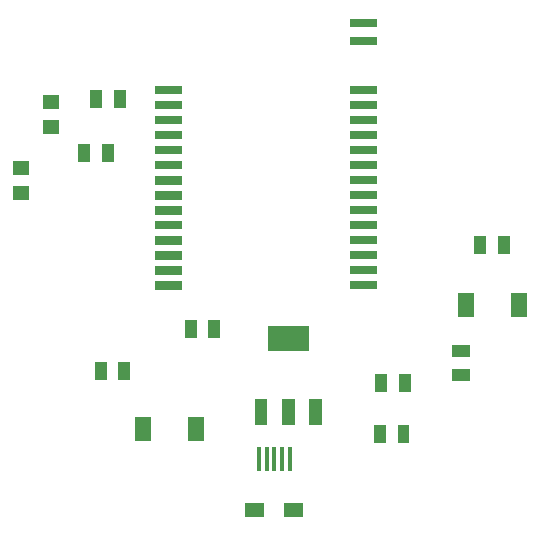
<source format=gtp>
G04 Layer: TopPasteMaskLayer*
G04 EasyEDA v6.4.14, 2021-02-19T19:43:34--5:00*
G04 2728a531d0ad4e71a9f6f8894443a7d9,7db2125e4611476bb2993bf99425ef50,10*
G04 Gerber Generator version 0.2*
G04 Scale: 100 percent, Rotated: No, Reflected: No *
G04 Dimensions in millimeters *
G04 leading zeros omitted , absolute positions ,4 integer and 5 decimal *
%FSLAX45Y45*%
%MOMM*%

%ADD13R,1.3500X2.0000*%
%ADD14R,1.3995X1.3005*%
%ADD15R,1.0000X1.5500*%
%ADD16R,0.4000X2.0000*%
%ADD20R,1.5500X1.0000*%

%LPD*%
D13*
G01*
X1899488Y823595D03*
G01*
X1449501Y823595D03*
G01*
X4629988Y1877695D03*
G01*
X4180001Y1877695D03*
D14*
G01*
X417195Y3036824D03*
G01*
X417195Y2826765D03*
G01*
X671195Y3595624D03*
G01*
X671195Y3385565D03*
D15*
G01*
X952195Y3160395D03*
G01*
X1152194Y3160395D03*
G01*
X1053795Y3617595D03*
G01*
X1253794Y3617595D03*
G01*
X1091895Y1318895D03*
G01*
X1291894Y1318895D03*
D16*
G01*
X2692450Y569290D03*
G01*
X2627452Y569290D03*
G01*
X2562453Y569290D03*
G01*
X2497454Y569290D03*
G01*
X2432456Y569290D03*
G36*
X2643047Y198094D02*
G01*
X2803067Y198094D01*
X2803067Y78105D01*
X2643047Y78105D01*
G37*
G36*
X2315184Y199720D02*
G01*
X2475204Y199720D01*
X2475204Y79730D01*
X2315184Y79730D01*
G37*
G36*
X2393315Y1078865D02*
G01*
X2502535Y1078865D01*
X2502535Y862965D01*
X2393315Y862965D01*
G37*
G36*
X2624454Y1078865D02*
G01*
X2733675Y1078865D01*
X2733675Y862965D01*
X2624454Y862965D01*
G37*
G36*
X2853054Y1078865D02*
G01*
X2962275Y1078865D01*
X2962275Y862965D01*
X2853054Y862965D01*
G37*
G36*
X2503804Y1698625D02*
G01*
X2854325Y1698625D01*
X2854325Y1482725D01*
X2503804Y1482725D01*
G37*
G36*
X4454994Y2463195D02*
G01*
X4554994Y2463195D01*
X4554994Y2308194D01*
X4454994Y2308194D01*
G37*
G36*
X4254995Y2463195D02*
G01*
X4354995Y2463195D01*
X4354995Y2308194D01*
X4254995Y2308194D01*
G37*
G36*
X3404095Y862995D02*
G01*
X3504095Y862995D01*
X3504095Y707994D01*
X3404095Y707994D01*
G37*
G36*
X3604094Y862995D02*
G01*
X3704094Y862995D01*
X3704094Y707994D01*
X3604094Y707994D01*
G37*
D15*
G01*
X2053894Y1674495D03*
G01*
X1853895Y1674495D03*
G36*
X3416795Y1294795D02*
G01*
X3516795Y1294795D01*
X3516795Y1139794D01*
X3416795Y1139794D01*
G37*
G36*
X3616794Y1294795D02*
G01*
X3716794Y1294795D01*
X3716794Y1139794D01*
X3616794Y1139794D01*
G37*
D20*
G01*
X4138295Y1482394D03*
G01*
X4138295Y1282395D03*
G36*
X3427796Y4300293D02*
G01*
X3197793Y4300293D01*
X3197793Y4230291D01*
X3427796Y4230291D01*
G37*
G36*
X3427796Y4148292D02*
G01*
X3197793Y4148292D01*
X3197793Y4078290D01*
X3427796Y4078290D01*
G37*
G36*
X3427796Y3728293D02*
G01*
X3197793Y3728293D01*
X3197793Y3658290D01*
X3427796Y3658290D01*
G37*
G36*
X3427796Y3601293D02*
G01*
X3197793Y3601293D01*
X3197793Y3531290D01*
X3427796Y3531290D01*
G37*
G36*
X3427796Y3474293D02*
G01*
X3197793Y3474293D01*
X3197793Y3404290D01*
X3427796Y3404290D01*
G37*
G36*
X3427796Y3347293D02*
G01*
X3197793Y3347293D01*
X3197793Y3277290D01*
X3427796Y3277290D01*
G37*
G36*
X1546804Y3728285D02*
G01*
X1776806Y3728285D01*
X1776806Y3658283D01*
X1546804Y3658283D01*
G37*
G36*
X1546804Y3601786D02*
G01*
X1776806Y3601786D01*
X1776806Y3531783D01*
X1546804Y3531783D01*
G37*
G36*
X1546804Y3474285D02*
G01*
X1776806Y3474285D01*
X1776806Y3404283D01*
X1546804Y3404283D01*
G37*
G36*
X1546804Y3347285D02*
G01*
X1776806Y3347285D01*
X1776806Y3277283D01*
X1546804Y3277283D01*
G37*
G36*
X1546804Y3220285D02*
G01*
X1776806Y3220285D01*
X1776806Y3150283D01*
X1546804Y3150283D01*
G37*
G36*
X1546804Y3093285D02*
G01*
X1776806Y3093285D01*
X1776806Y3023283D01*
X1546804Y3023283D01*
G37*
G36*
X3427796Y3220293D02*
G01*
X3197793Y3220293D01*
X3197793Y3150290D01*
X3427796Y3150290D01*
G37*
G36*
X3427796Y3093293D02*
G01*
X3197793Y3093293D01*
X3197793Y3023290D01*
X3427796Y3023290D01*
G37*
G36*
X3427796Y2966293D02*
G01*
X3197793Y2966293D01*
X3197793Y2896290D01*
X3427796Y2896290D01*
G37*
G36*
X3427796Y2769298D02*
G01*
X3197793Y2769298D01*
X3197793Y2839300D01*
X3427796Y2839300D01*
G37*
G36*
X3427796Y2515295D02*
G01*
X3197793Y2515295D01*
X3197793Y2585298D01*
X3427796Y2585298D01*
G37*
G36*
X3427796Y2642293D02*
G01*
X3197793Y2642293D01*
X3197793Y2712295D01*
X3427796Y2712295D01*
G37*
G36*
X3427796Y2134293D02*
G01*
X3197793Y2134293D01*
X3197793Y2204295D01*
X3427796Y2204295D01*
G37*
G36*
X3427796Y2007295D02*
G01*
X3197793Y2007295D01*
X3197793Y2077298D01*
X3427796Y2077298D01*
G37*
G36*
X3427796Y2261298D02*
G01*
X3197793Y2261298D01*
X3197793Y2331300D01*
X3427796Y2331300D01*
G37*
G36*
X3427796Y2458293D02*
G01*
X3197793Y2458293D01*
X3197793Y2388290D01*
X3427796Y2388290D01*
G37*
G36*
X1546804Y2515288D02*
G01*
X1776806Y2515288D01*
X1776806Y2585290D01*
X1546804Y2585290D01*
G37*
G36*
X1546778Y2709895D02*
G01*
X1776780Y2709895D01*
X1776780Y2639893D01*
X1546778Y2639893D01*
G37*
G36*
X1546778Y2963898D02*
G01*
X1776780Y2963898D01*
X1776780Y2893895D01*
X1546778Y2893895D01*
G37*
G36*
X1546778Y2836900D02*
G01*
X1776780Y2836900D01*
X1776780Y2766898D01*
X1546778Y2766898D01*
G37*
G36*
X1546778Y2328900D02*
G01*
X1776780Y2328900D01*
X1776780Y2258898D01*
X1546778Y2258898D01*
G37*
G36*
X1546778Y2455898D02*
G01*
X1776780Y2455898D01*
X1776780Y2385895D01*
X1546778Y2385895D01*
G37*
G36*
X1546778Y2201895D02*
G01*
X1776780Y2201895D01*
X1776780Y2131893D01*
X1546778Y2131893D01*
G37*
G36*
X1546778Y2004900D02*
G01*
X1776780Y2004900D01*
X1776780Y2074903D01*
X1546778Y2074903D01*
G37*
M02*

</source>
